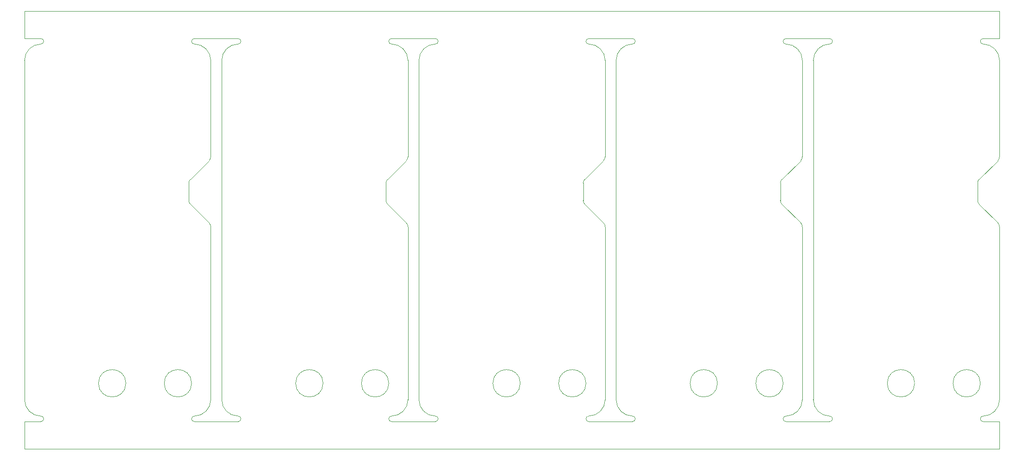
<source format=gm1>
%TF.GenerationSoftware,KiCad,Pcbnew,8.99.0-3110-g1838b2656d*%
%TF.CreationDate,2024-11-19T22:18:04+01:00*%
%TF.ProjectId,panel_1x5,70616e65-6c5f-4317-9835-2e6b69636164,1.1*%
%TF.SameCoordinates,PX2faf080PY29f6300*%
%TF.FileFunction,Profile,NP*%
%FSLAX46Y46*%
G04 Gerber Fmt 4.6, Leading zero omitted, Abs format (unit mm)*
G04 Created by KiCad (PCBNEW 8.99.0-3110-g1838b2656d) date 2024-11-19 22:18:04*
%MOMM*%
%LPD*%
G01*
G04 APERTURE LIST*
%TA.AperFunction,Profile*%
%ADD10C,0.050000*%
%TD*%
G04 APERTURE END LIST*
D10*
X0Y-5000000D02*
X3000000Y-5000000D01*
X3000000Y-5000000D02*
G75*
G02*
X3000000Y-6000000I0J-500000D01*
G01*
X175000000Y-6000000D02*
G75*
G02*
X175000000Y-5000000I0J500000D01*
G01*
X139000000Y-6000000D02*
G75*
G02*
X139000000Y-5000000I0J500000D01*
G01*
X147000000Y-5000000D02*
X139000000Y-5000000D01*
X147000000Y-5000000D02*
G75*
G02*
X147000000Y-6000000I0J-500000D01*
G01*
X103000000Y-6000000D02*
G75*
G02*
X103000000Y-5000000I0J500000D01*
G01*
X111000000Y-5000000D02*
X103000000Y-5000000D01*
X111000000Y-5000000D02*
G75*
G02*
X111000000Y-6000000I0J-500000D01*
G01*
X67000000Y-6000000D02*
G75*
G02*
X67000000Y-5000000I0J500000D01*
G01*
X75000000Y-5000000D02*
X67000000Y-5000000D01*
X75000000Y-5000000D02*
G75*
G02*
X75000000Y-6000000I0J-500000D01*
G01*
X31000000Y-6000000D02*
G75*
G02*
X31000000Y-5000000I0J500000D01*
G01*
X39000000Y-5000000D02*
X31000000Y-5000000D01*
X39000000Y-5000000D02*
G75*
G02*
X39000000Y-6000000I0J-500000D01*
G01*
X3000000Y-74000000D02*
G75*
G02*
X3000000Y-75000000I0J-500000D01*
G01*
X31000000Y-75000000D02*
G75*
G02*
X31000000Y-74000000I0J500000D01*
G01*
X39000000Y-74000000D02*
G75*
G02*
X39000000Y-75000000I0J-500000D01*
G01*
X31000000Y-75000000D02*
X39000000Y-75000000D01*
X67000000Y-75000000D02*
G75*
G02*
X67000000Y-74000000I0J500000D01*
G01*
X75000000Y-74000000D02*
G75*
G02*
X75000000Y-75000000I0J-500000D01*
G01*
X67000000Y-75000000D02*
X75000000Y-75000000D01*
X103000000Y-75000000D02*
X111000000Y-75000000D01*
X103000000Y-75000000D02*
G75*
G02*
X103000000Y-74000000I0J500000D01*
G01*
X111000000Y-74000000D02*
G75*
G02*
X111000000Y-75000000I0J-500000D01*
G01*
X139000000Y-75000000D02*
X147000000Y-75000000D01*
X139000000Y-75000000D02*
G75*
G02*
X139000000Y-74000000I0J500000D01*
G01*
X147000000Y-74000000D02*
G75*
G02*
X147000000Y-75000000I0J-500000D01*
G01*
X175000000Y-75000000D02*
G75*
G02*
X175000000Y-74000000I0J500000D01*
G01*
X178000000Y-75000000D02*
X175000000Y-75000000D01*
X178000000Y-80000000D02*
X178000000Y-75000000D01*
X0Y-80000000D02*
X178000000Y-80000000D01*
X0Y-75000000D02*
X0Y-80000000D01*
X3000000Y-75000000D02*
X0Y-75000000D01*
X178000000Y-5000000D02*
X175000000Y-5000000D01*
X178000000Y0D02*
X178000000Y-5000000D01*
X0Y0D02*
X178000000Y0D01*
X0Y-5000000D02*
X0Y0D01*
X174292893Y-35292893D02*
G75*
G02*
X174000027Y-34585786I707407J707193D01*
G01*
X177707107Y-38707107D02*
G75*
G02*
X177999973Y-39414214I-707407J-707193D01*
G01*
X178000000Y-26585786D02*
X178000000Y-9000000D01*
X144000000Y-71000000D02*
X144000000Y-9000000D01*
X177707107Y-38707107D02*
X174292893Y-35292893D01*
X174000000Y-34585786D02*
X174000000Y-31414214D01*
X174000000Y-31414214D02*
G75*
G02*
X174292886Y-30707100I1000000J14D01*
G01*
X162500000Y-68000000D02*
G75*
G02*
X157500000Y-68000000I-2500000J1D01*
G01*
X175000000Y-6000000D02*
G75*
G02*
X178000000Y-9000000I0J-3000000D01*
G01*
X157500000Y-68000000D02*
G75*
G02*
X162500000Y-68000000I2500000J0D01*
G01*
X147000000Y-74000000D02*
G75*
G02*
X144000000Y-71000000I0J3000000D01*
G01*
X169500000Y-68000000D02*
G75*
G02*
X174500000Y-68000000I2500000J0D01*
G01*
X174292893Y-30707107D02*
X177707107Y-27292893D01*
X178000000Y-71000000D02*
G75*
G02*
X175000000Y-74000000I-3000000J0D01*
G01*
X174500000Y-68000000D02*
G75*
G02*
X169500000Y-68000000I-2500000J1D01*
G01*
X144000000Y-9000000D02*
G75*
G02*
X147000000Y-6000000I3000000J0D01*
G01*
X178000000Y-39414214D02*
X178000000Y-71000000D01*
X178000000Y-26585786D02*
G75*
G02*
X177707114Y-27292900I-1000000J-14D01*
G01*
X138292893Y-35292893D02*
G75*
G02*
X138000027Y-34585786I707407J707193D01*
G01*
X141707107Y-38707107D02*
G75*
G02*
X141999973Y-39414214I-707407J-707193D01*
G01*
X142000000Y-26585786D02*
X142000000Y-9000000D01*
X108000000Y-71000000D02*
X108000000Y-9000000D01*
X141707107Y-38707107D02*
X138292893Y-35292893D01*
X138000000Y-34585786D02*
X138000000Y-31414214D01*
X138000000Y-31414214D02*
G75*
G02*
X138292886Y-30707100I1000000J14D01*
G01*
X126500000Y-68000000D02*
G75*
G02*
X121500000Y-68000000I-2500000J1D01*
G01*
X139000000Y-6000000D02*
G75*
G02*
X142000000Y-9000000I0J-3000000D01*
G01*
X121500000Y-68000000D02*
G75*
G02*
X126500000Y-68000000I2500000J0D01*
G01*
X111000000Y-74000000D02*
G75*
G02*
X108000000Y-71000000I0J3000000D01*
G01*
X133500000Y-68000000D02*
G75*
G02*
X138500000Y-68000000I2500000J0D01*
G01*
X138292893Y-30707107D02*
X141707107Y-27292893D01*
X142000000Y-71000000D02*
G75*
G02*
X139000000Y-74000000I-3000000J0D01*
G01*
X138500000Y-68000000D02*
G75*
G02*
X133500000Y-68000000I-2500000J1D01*
G01*
X108000000Y-9000000D02*
G75*
G02*
X111000000Y-6000000I3000000J0D01*
G01*
X142000000Y-39414214D02*
X142000000Y-71000000D01*
X142000000Y-26585786D02*
G75*
G02*
X141707114Y-27292900I-1000000J-14D01*
G01*
X102292893Y-35292893D02*
G75*
G02*
X102000027Y-34585786I707407J707193D01*
G01*
X105707107Y-38707107D02*
G75*
G02*
X105999973Y-39414214I-707407J-707193D01*
G01*
X106000000Y-26585786D02*
X106000000Y-9000000D01*
X72000000Y-71000000D02*
X72000000Y-9000000D01*
X105707107Y-38707107D02*
X102292893Y-35292893D01*
X102000000Y-34585786D02*
X102000000Y-31414214D01*
X102000000Y-31414214D02*
G75*
G02*
X102292886Y-30707100I1000000J14D01*
G01*
X90500000Y-68000000D02*
G75*
G02*
X85500000Y-68000000I-2500000J1D01*
G01*
X103000000Y-6000000D02*
G75*
G02*
X106000000Y-9000000I0J-3000000D01*
G01*
X85500000Y-68000000D02*
G75*
G02*
X90500000Y-68000000I2500000J0D01*
G01*
X75000000Y-74000000D02*
G75*
G02*
X72000000Y-71000000I0J3000000D01*
G01*
X97500000Y-68000000D02*
G75*
G02*
X102500000Y-68000000I2500000J0D01*
G01*
X102292893Y-30707107D02*
X105707107Y-27292893D01*
X106000000Y-71000000D02*
G75*
G02*
X103000000Y-74000000I-3000000J0D01*
G01*
X102500000Y-68000000D02*
G75*
G02*
X97500000Y-68000000I-2500000J1D01*
G01*
X72000000Y-9000000D02*
G75*
G02*
X75000000Y-6000000I3000000J0D01*
G01*
X106000000Y-39414214D02*
X106000000Y-71000000D01*
X106000000Y-26585786D02*
G75*
G02*
X105707114Y-27292900I-1000000J-14D01*
G01*
X66292893Y-35292893D02*
G75*
G02*
X66000027Y-34585786I707407J707193D01*
G01*
X69707107Y-38707107D02*
G75*
G02*
X69999973Y-39414214I-707407J-707193D01*
G01*
X70000000Y-26585786D02*
X70000000Y-9000000D01*
X36000000Y-71000000D02*
X36000000Y-9000000D01*
X69707107Y-38707107D02*
X66292893Y-35292893D01*
X66000000Y-34585786D02*
X66000000Y-31414214D01*
X66000000Y-31414214D02*
G75*
G02*
X66292886Y-30707100I1000000J14D01*
G01*
X54500000Y-68000000D02*
G75*
G02*
X49500000Y-68000000I-2500000J1D01*
G01*
X67000000Y-6000000D02*
G75*
G02*
X70000000Y-9000000I0J-3000000D01*
G01*
X49500000Y-68000000D02*
G75*
G02*
X54500000Y-68000000I2500000J0D01*
G01*
X39000000Y-74000000D02*
G75*
G02*
X36000000Y-71000000I0J3000000D01*
G01*
X61500000Y-68000000D02*
G75*
G02*
X66500000Y-68000000I2500000J0D01*
G01*
X66292893Y-30707107D02*
X69707107Y-27292893D01*
X70000000Y-71000000D02*
G75*
G02*
X67000000Y-74000000I-3000000J0D01*
G01*
X66500000Y-68000000D02*
G75*
G02*
X61500000Y-68000000I-2500000J1D01*
G01*
X36000000Y-9000000D02*
G75*
G02*
X39000000Y-6000000I3000000J0D01*
G01*
X70000000Y-39414214D02*
X70000000Y-71000000D01*
X70000000Y-26585786D02*
G75*
G02*
X69707114Y-27292900I-1000000J-14D01*
G01*
X30292893Y-35292893D02*
G75*
G02*
X30000027Y-34585786I707407J707193D01*
G01*
X33707107Y-38707107D02*
G75*
G02*
X33999973Y-39414214I-707407J-707193D01*
G01*
X34000000Y-26585786D02*
X34000000Y-9000000D01*
X0Y-71000000D02*
X0Y-9000000D01*
X33707107Y-38707107D02*
X30292893Y-35292893D01*
X30000000Y-34585786D02*
X30000000Y-31414214D01*
X30000000Y-31414214D02*
G75*
G02*
X30292886Y-30707100I1000000J14D01*
G01*
X18500000Y-68000000D02*
G75*
G02*
X13500000Y-68000000I-2500000J1D01*
G01*
X31000000Y-6000000D02*
G75*
G02*
X34000000Y-9000000I0J-3000000D01*
G01*
X13500000Y-68000000D02*
G75*
G02*
X18500000Y-68000000I2500000J0D01*
G01*
X3000000Y-74000000D02*
G75*
G02*
X0Y-71000000I0J3000000D01*
G01*
X25500000Y-68000000D02*
G75*
G02*
X30500000Y-68000000I2500000J0D01*
G01*
X30292893Y-30707107D02*
X33707107Y-27292893D01*
X34000000Y-71000000D02*
G75*
G02*
X31000000Y-74000000I-3000000J0D01*
G01*
X30500000Y-68000000D02*
G75*
G02*
X25500000Y-68000000I-2500000J1D01*
G01*
X0Y-9000000D02*
G75*
G02*
X3000000Y-6000000I3000000J0D01*
G01*
X34000000Y-39414214D02*
X34000000Y-71000000D01*
X34000000Y-26585786D02*
G75*
G02*
X33707114Y-27292900I-1000000J-14D01*
G01*
M02*

</source>
